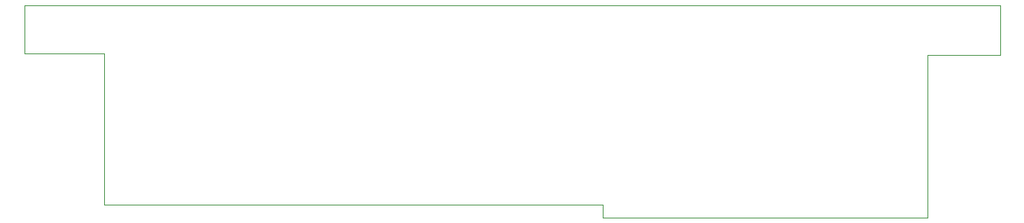
<source format=gbr>
%TF.GenerationSoftware,Altium Limited,Altium Designer,20.0.11 (256)*%
G04 Layer_Color=0*
%FSLAX26Y26*%
%MOIN*%
%TF.FileFunction,Profile,NP*%
%TF.Part,Single*%
G01*
G75*
%TA.AperFunction,Profile*%
%ADD64C,0.001000*%
D64*
X6805000Y1050000D02*
Y995000D01*
X8220000D01*
Y1705000D01*
X8535000D01*
Y1920000D01*
X4290000D01*
Y1710000D01*
X4635000D01*
Y1050000D01*
X6805000D01*
%TF.MD5,a3d74966a4f1e5ce02851a38054b89cd*%
M02*

</source>
